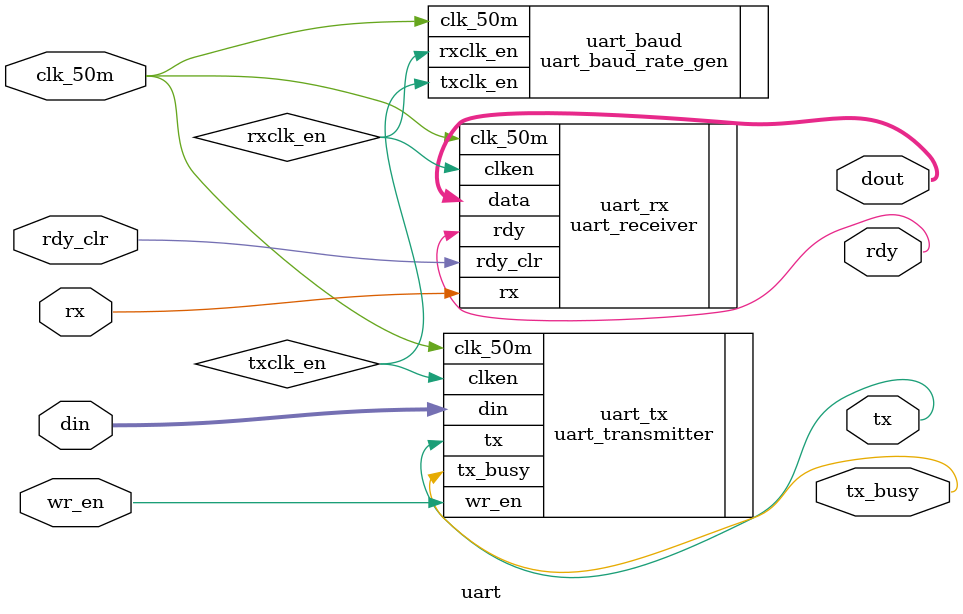
<source format=sv>
/* Generic UART module fetched from: https://github.com/jamieiles/uart */

`include "baud_rate_generator.sv"
`include "transmitter.sv"
`include "receiver.sv"

module uart(
	input  [7:0] din,
	output [7:0] dout,
	
	input clk_50m,

	output tx,
	input  wr_en,
	output tx_busy,
	
	input  rx,
	output rdy,
	input  rdy_clr
);

	wire rxclk_en, txclk_en;

	uart_baud_rate_gen uart_baud(
		.clk_50m(clk_50m),
		.rxclk_en(rxclk_en),
		.txclk_en(txclk_en)
	);

	uart_transmitter uart_tx(
		.din(din),
		.wr_en(wr_en),
		.clk_50m(clk_50m),
		.clken(txclk_en),
		.tx(tx),
		.tx_busy(tx_busy)
	);

	uart_receiver uart_rx(
		.rx(rx),
		.rdy(rdy),
		.rdy_clr(rdy_clr),
		.clk_50m(clk_50m),
		.clken(rxclk_en),
		.data(dout)
	);

endmodule

</source>
